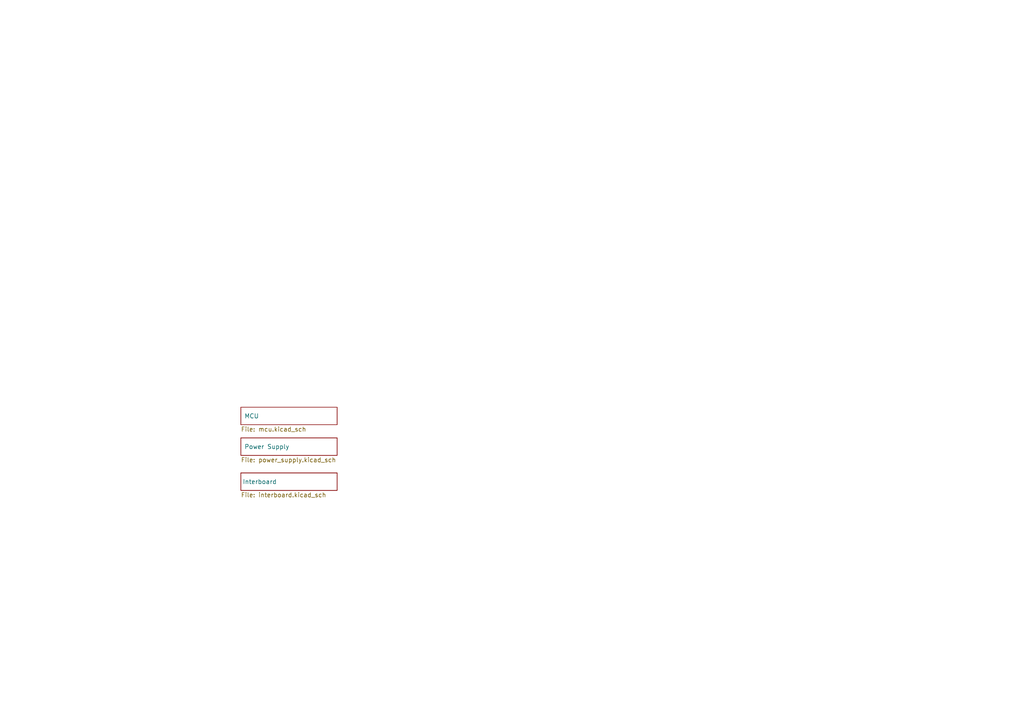
<source format=kicad_sch>
(kicad_sch
	(version 20250114)
	(generator "eeschema")
	(generator_version "9.0")
	(uuid "d418d002-6e7b-43a4-bf08-9ab9c03421f0")
	(paper "A4")
	(title_block
		(title "Project METSTAT Main Board")
		(date "2025-08-03")
		(rev "1.0")
		(company "MRtecno98")
	)
	(lib_symbols)
	(sheet
		(at 69.85 137.16)
		(size 27.94 5.08)
		(exclude_from_sim no)
		(in_bom yes)
		(on_board yes)
		(dnp no)
		(stroke
			(width 0.1524)
			(type solid)
		)
		(fill
			(color 0 0 0 0.0000)
		)
		(uuid "4e0ed84c-32b7-4c55-89e1-122a27505522")
		(property "Sheetname" "Interboard"
			(at 70.358 140.462 0)
			(effects
				(font
					(size 1.27 1.27)
				)
				(justify left bottom)
			)
		)
		(property "Sheetfile" "interboard.kicad_sch"
			(at 69.85 142.8246 0)
			(effects
				(font
					(size 1.27 1.27)
				)
				(justify left top)
			)
		)
		(instances
			(project "main"
				(path "/d418d002-6e7b-43a4-bf08-9ab9c03421f0"
					(page "3")
				)
			)
		)
	)
	(sheet
		(at 69.85 118.11)
		(size 27.94 5.08)
		(exclude_from_sim no)
		(in_bom yes)
		(on_board yes)
		(dnp no)
		(stroke
			(width 0.1524)
			(type solid)
		)
		(fill
			(color 0 0 0 0.0000)
		)
		(uuid "b4273d95-4845-47b9-9a72-d49f177eb516")
		(property "Sheetname" "MCU"
			(at 70.866 121.412 0)
			(effects
				(font
					(size 1.27 1.27)
				)
				(justify left bottom)
			)
		)
		(property "Sheetfile" "mcu.kicad_sch"
			(at 69.85 123.7746 0)
			(effects
				(font
					(size 1.27 1.27)
				)
				(justify left top)
			)
		)
		(instances
			(project "main"
				(path "/d418d002-6e7b-43a4-bf08-9ab9c03421f0"
					(page "4")
				)
			)
		)
	)
	(sheet
		(at 69.85 127)
		(size 27.94 5.08)
		(exclude_from_sim no)
		(in_bom yes)
		(on_board yes)
		(dnp no)
		(stroke
			(width 0.1524)
			(type solid)
		)
		(fill
			(color 0 0 0 0.0000)
		)
		(uuid "c91739ad-b78a-4215-a1d9-106e501a90e6")
		(property "Sheetname" "Power Supply"
			(at 70.866 130.302 0)
			(effects
				(font
					(size 1.27 1.27)
				)
				(justify left bottom)
			)
		)
		(property "Sheetfile" "power_supply.kicad_sch"
			(at 69.85 132.6646 0)
			(effects
				(font
					(size 1.27 1.27)
				)
				(justify left top)
			)
		)
		(instances
			(project "main"
				(path "/d418d002-6e7b-43a4-bf08-9ab9c03421f0"
					(page "2")
				)
			)
		)
	)
	(sheet_instances
		(path "/"
			(page "1")
		)
	)
	(embedded_fonts no)
)

</source>
